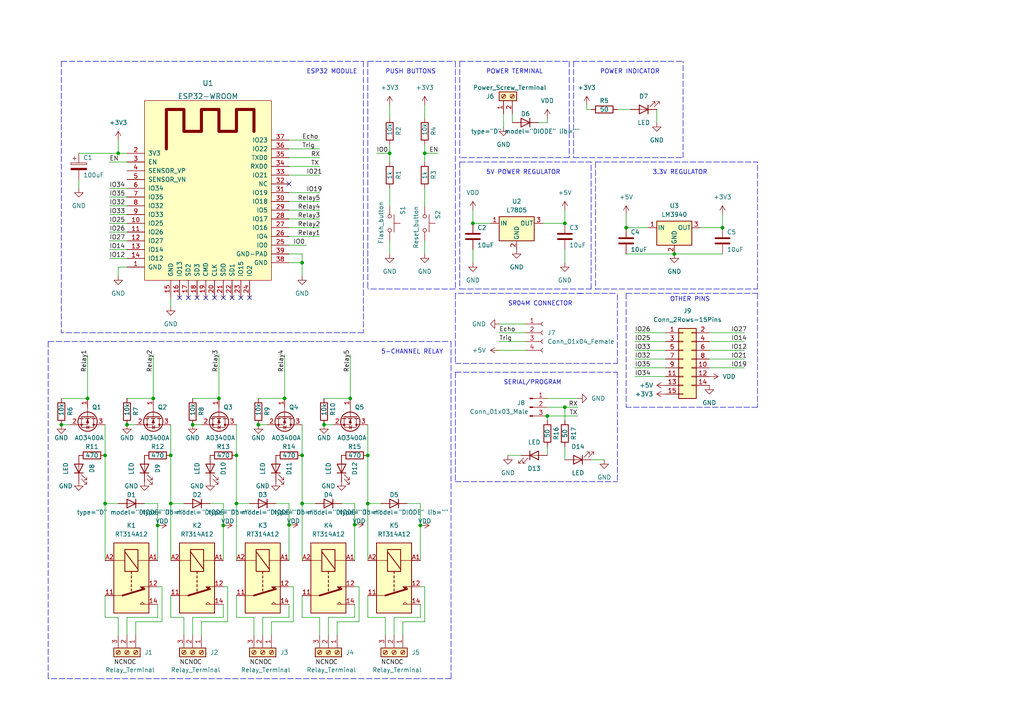
<source format=kicad_sch>
(kicad_sch (version 20211123) (generator eeschema)
  (paper "A4")
  (title_block (title "Smart Watering Project") (company "Author: Matevž Pivk"))
  (lib_symbols
    (symbol "Connector:Conn_01x03_Male" (pin_names (offset 1.016) hide)
      (property "Reference" "J" (at 0 5.08 0))
      (property "Value" "Conn_01x03_Male" (at 0 -5.08 0))
      (symbol "Conn_01x03_Male_1_1"
        (pin passive line (at 5.08 2.54 180) (length 3.81) (name "Pin_1") (number "1"))
        (pin passive line (at 5.08 0 180) (length 3.81) (name "Pin_2") (number "2"))
        (pin passive line (at 5.08 -2.54 180) (length 3.81) (name "Pin_3") (number "3"))
      )
    )
    (symbol "Connector:Conn_01x04_Female" (pin_names (offset 1.016) hide)
      (property "Reference" "J" (at 0 5.08 0))
      (property "Value" "Conn_01x04_Female" (at 0 -7.62 0))
      (symbol "Conn_01x04_Female_1_1"
        (pin passive line (at -5.08 2.54 0) (length 3.81) (name "Pin_1") (number "1"))
        (pin passive line (at -5.08 0 0) (length 3.81) (name "Pin_2") (number "2"))
        (pin passive line (at -5.08 -2.54 0) (length 3.81) (name "Pin_3") (number "3"))
        (pin passive line (at -5.08 -5.08 0) (length 3.81) (name "Pin_4") (number "4"))
      )
    )
    (symbol "Connector:Screw_Terminal_01x02" (pin_names (offset 1.016) hide)
      (property "Reference" "J" (at 0 2.54 0))
      (property "Value" "Screw_Terminal_01x02" (at 0 -5.08 0))
      (symbol "Screw_Terminal_01x02_1_1"
        (pin passive line (at -5.08 0 0) (length 3.81) (name "Pin_1") (number "1"))
        (pin passive line (at -5.08 -2.54 0) (length 3.81) (name "Pin_2") (number "2"))
      )
    )
    (symbol "Connector:Screw_Terminal_01x03" (pin_names (offset 1.016) hide)
      (property "Reference" "J" (at 0 5.08 0))
      (property "Value" "Screw_Terminal_01x03" (at 0 -5.08 0))
      (symbol "Screw_Terminal_01x03_1_1"
        (pin passive line (at -5.08 2.54 0) (length 3.81) (name "Pin_1") (number "1"))
        (pin passive line (at -5.08 0 0) (length 3.81) (name "Pin_2") (number "2"))
        (pin passive line (at -5.08 -2.54 0) (length 3.81) (name "Pin_3") (number "3"))
      )
    )
    (symbol "Connector_Generic:Conn_2Rows-15Pins" (pin_names (offset 1.016) hide)
      (property "Reference" "J" (at 1.27 10.16 0))
      (property "Value" "Conn_2Rows-15Pins" (at 1.27 -12.7 0))
      (symbol "Conn_2Rows-15Pins_1_1"
        (pin passive line (at -5.08 7.62 0) (length 3.81) (name "Pin_1") (number "1"))
        (pin passive line (at 7.62 -2.54 180) (length 3.81) (name "Pin_10") (number "10"))
        (pin passive line (at -5.08 -5.08 0) (length 3.81) (name "Pin_11") (number "11"))
        (pin passive line (at 7.62 -5.08 180) (length 3.81) (name "Pin_12") (number "12"))
        (pin passive line (at -5.08 -7.62 0) (length 3.81) (name "Pin_13") (number "13"))
        (pin passive line (at 7.62 -7.62 180) (length 3.81) (name "Pin_14") (number "14"))
        (pin passive line (at -5.08 -10.16 0) (length 3.81) (name "Pin_15") (number "15"))
        (pin passive line (at 7.62 7.62 180) (length 3.81) (name "Pin_2") (number "2"))
        (pin passive line (at -5.08 5.08 0) (length 3.81) (name "Pin_3") (number "3"))
        (pin passive line (at 7.62 5.08 180) (length 3.81) (name "Pin_4") (number "4"))
        (pin passive line (at -5.08 2.54 0) (length 3.81) (name "Pin_5") (number "5"))
        (pin passive line (at 7.62 2.54 180) (length 3.81) (name "Pin_6") (number "6"))
        (pin passive line (at -5.08 0 0) (length 3.81) (name "Pin_7") (number "7"))
        (pin passive line (at 7.62 0 180) (length 3.81) (name "Pin_8") (number "8"))
        (pin passive line (at -5.08 -2.54 0) (length 3.81) (name "Pin_9") (number "9"))
      )
    )
    (symbol "Device:C" (pin_numbers hide) (pin_names (offset 0.254))
      (property "Reference" "C" (at 0.635 2.54 0))
      (property "Value" "C" (at 0.635 -2.54 0))
      (symbol "C_1_1"
        (pin passive line (at 0 3.81 270) (length 2.794) (name "~") (number "1"))
        (pin passive line (at 0 -3.81 90) (length 2.794) (name "~") (number "2"))
      )
    )
    (symbol "Device:C_Polarized" (pin_numbers hide) (pin_names (offset 0.254))
      (property "Reference" "C" (at 0.635 2.54 0))
      (property "Value" "C_Polarized" (at 0.635 -2.54 0))
      (symbol "C_Polarized_1_1"
        (pin passive line (at 0 3.81 270) (length 2.794) (name "~") (number "1"))
        (pin passive line (at 0 -3.81 90) (length 2.794) (name "~") (number "2"))
      )
    )
    (symbol "Device:LED" (pin_numbers hide) (pin_names (offset 1.016) hide)
      (property "Reference" "D" (at 0 2.54 0))
      (property "Value" "LED" (at 0 -2.54 0))
      (symbol "LED_1_1"
        (pin passive line (at -3.81 0 0) (length 2.54) (name "K") (number "1"))
        (pin passive line (at 3.81 0 180) (length 2.54) (name "A") (number "2"))
      )
    )
    (symbol "Device:R" (pin_numbers hide) (pin_names (offset 0))
      (property "Reference" "R" (at 2.032 0 90))
      (property "Value" "R" (at 0 0 90))
      (symbol "R_1_1"
        (pin passive line (at 0 3.81 270) (length 1.27) (name "~") (number "1"))
        (pin passive line (at 0 -3.81 90) (length 1.27) (name "~") (number "2"))
      )
    )
    (symbol "ESP32-footprints-Shem-Lib:ESP32-WROOM" (pin_names (offset 1.016))
      (property "Reference" "U" (at -17.78 31.75 0))
      (property "Value" "ESP32-WROOM" (at 12.7 31.75 0))
      (symbol "ESP32-WROOM_1_1"
        (pin input line (at -24.13 -17.78 0) (length 5.08) (name "GND") (number "1"))
        (pin input line (at -24.13 -5.08 0) (length 5.08) (name "IO25") (number "10"))
        (pin input line (at -24.13 -7.62 0) (length 5.08) (name "IO26") (number "11"))
        (pin input line (at -24.13 -10.16 0) (length 5.08) (name "IO27") (number "12"))
        (pin input line (at -24.13 -12.7 0) (length 5.08) (name "IO14") (number "13"))
        (pin input line (at -24.13 -15.24 0) (length 5.08) (name "IO12") (number "14"))
        (pin input line (at -11.43 -26.67 90) (length 5.08) (name "GND") (number "15"))
        (pin input line (at -8.89 -26.67 90) (length 5.08) (name "IO13") (number "16"))
        (pin input line (at -6.35 -26.67 90) (length 5.08) (name "SD2") (number "17"))
        (pin input line (at -3.81 -26.67 90) (length 5.08) (name "SD3") (number "18"))
        (pin input line (at -1.27 -26.67 90) (length 5.08) (name "CMD") (number "19"))
        (pin input line (at -24.13 15.24 0) (length 5.08) (name "3V3") (number "2"))
        (pin input line (at 1.27 -26.67 90) (length 5.08) (name "CLK") (number "20"))
        (pin input line (at 3.81 -26.67 90) (length 5.08) (name "SDO") (number "21"))
        (pin input line (at 6.35 -26.67 90) (length 5.08) (name "SD1") (number "22"))
        (pin input line (at 8.89 -26.67 90) (length 5.08) (name "IO15") (number "23"))
        (pin input line (at 11.43 -26.67 90) (length 5.08) (name "IO2") (number "24"))
        (pin input line (at 22.86 -11.43 180) (length 5.08) (name "IO0") (number "25"))
        (pin input line (at 22.86 -8.89 180) (length 5.08) (name "IO4") (number "26"))
        (pin input line (at 22.86 -6.35 180) (length 5.08) (name "IO16") (number "27"))
        (pin input line (at 22.86 -3.81 180) (length 5.08) (name "IO17") (number "28"))
        (pin input line (at 22.86 -1.27 180) (length 5.08) (name "IO5") (number "29"))
        (pin input line (at -24.13 12.7 0) (length 5.08) (name "EN") (number "3"))
        (pin input line (at 22.86 1.27 180) (length 5.08) (name "IO18") (number "30"))
        (pin input line (at 22.86 3.81 180) (length 5.08) (name "IO19") (number "31"))
        (pin input line (at 22.86 6.35 180) (length 5.08) (name "NC") (number "32"))
        (pin input line (at 22.86 8.89 180) (length 5.08) (name "IO21") (number "33"))
        (pin input line (at 22.86 11.43 180) (length 5.08) (name "RXD0") (number "34"))
        (pin input line (at 22.86 13.97 180) (length 5.08) (name "TXD0") (number "35"))
        (pin input line (at 22.86 16.51 180) (length 5.08) (name "IO22") (number "36"))
        (pin input line (at 22.86 19.05 180) (length 5.08) (name "IO23") (number "37"))
        (pin input line (at 22.86 -16.51 180) (length 5.08) (name "GND") (number "38"))
        (pin input line (at 22.86 -13.97 180) (length 5.08) (name "GND-PAD") (number "39"))
        (pin input line (at -24.13 10.16 0) (length 5.08) (name "SENSOR_VP") (number "4"))
        (pin input line (at -24.13 7.62 0) (length 5.08) (name "SENSOR_VN") (number "5"))
        (pin input line (at -24.13 5.08 0) (length 5.08) (name "IO34") (number "6"))
        (pin input line (at -24.13 2.54 0) (length 5.08) (name "IO35") (number "7"))
        (pin input line (at -24.13 0 0) (length 5.08) (name "IO32") (number "8"))
        (pin input line (at -24.13 -2.54 0) (length 5.08) (name "IO33") (number "9"))
      )
    )
    (symbol "Regulator_Linear:L7805" (pin_names (offset 0.254))
      (property "Reference" "U" (at -3.81 3.175 0))
      (property "Value" "L7805" (at 0 3.175 0))
      (symbol "L7805_1_1"
        (pin power_in line (at -7.62 0 0) (length 2.54) (name "IN") (number "1"))
        (pin power_in line (at 0 -7.62 90) (length 2.54) (name "GND") (number "2"))
        (pin power_out line (at 7.62 0 180) (length 2.54) (name "OUT") (number "3"))
      )
    )
    (symbol "Relay:RT314A12"
      (property "Reference" "K" (at 11.43 3.81 0))
      (property "Value" "RT314A12" (at 11.43 1.27 0))
      (symbol "RT314A12_1_1"
        (pin passive line (at 5.08 -7.62 90) (length 2.54) (name "~") (number "11"))
        (pin passive line (at 2.54 7.62 270) (length 2.54) (name "~") (number "12"))
        (pin passive line (at 7.62 7.62 270) (length 2.54) (name "~") (number "14"))
        (pin passive line (at -5.08 7.62 270) (length 2.54) (name "~") (number "A1"))
        (pin passive line (at -5.08 -7.62 90) (length 2.54) (name "~") (number "A2"))
      )
    )
    (symbol "Simulation_SPICE:DIODE" (pin_numbers hide) (pin_names (offset 1.016) hide)
      (property "Reference" "D" (at 0 2.54 0))
      (property "Value" "DIODE" (at 0 -2.54 0))
      (symbol "DIODE_1_1"
        (pin passive line (at -3.81 0 0) (length 2.54) (name "A") (number "1"))
        (pin passive line (at 3.81 0 180) (length 2.54) (name "K") (number "2"))
      )
    )
    (symbol "Switch:SW_Push" (pin_numbers hide) (pin_names (offset 1.016) hide)
      (property "Reference" "SW" (at 1.27 2.54 0))
      (property "Value" "SW_Push" (at 0 -1.524 0))
      (symbol "SW_Push_0_1"
        (pin passive line (at -5.08 0 0) (length 2.54) (name "1") (number "1"))
        (pin passive line (at 5.08 0 180) (length 2.54) (name "2") (number "2"))
      )
    )
    (symbol "Transistor_FET:AO3400A" (pin_names hide)
      (property "Reference" "Q" (at 5.08 1.905 0))
      (property "Value" "AO3400A" (at 5.08 0 0))
      (symbol "AO3400A_1_1"
        (pin input line (at -5.08 0 0) (length 2.54) (name "G") (number "1"))
        (pin passive line (at 2.54 -5.08 90) (length 2.54) (name "S") (number "2"))
        (pin passive line (at 2.54 5.08 270) (length 2.54) (name "D") (number "3"))
      )
    )
    (symbol "power:+3.3V" (power) (pin_names (offset 0))
      (property "Value" "+3.3V" (at 0 3.556 0))
      (symbol "+3.3V_1_1"
        (pin power_in line (at 0 0 90) (length 0) hide (name "+3V3") (number "1"))
      )
    )
    (symbol "power:+5V" (power) (pin_names (offset 0))
      (property "Value" "+5V" (at 0 3.556 0))
      (symbol "+5V_1_1"
        (pin power_in line (at 0 0 90) (length 0) hide (name "+5V") (number "1"))
      )
    )
    (symbol "power:GND" (power) (pin_names (offset 0))
      (property "Value" "GND" (at 0 -3.81 0))
      (symbol "GND_1_1"
        (pin power_in line (at 0 0 270) (length 0) hide (name "GND") (number "1"))
      )
    )
    (symbol "power:VDD" (power) (pin_names (offset 0))
      (property "Value" "VDD" (at 0 3.81 0))
      (symbol "VDD_1_1"
        (pin power_in line (at 0 0 90) (length 0) hide (name "VDD") (number "1"))
      )
    )
  )
  (junction (at 55.88 123.19))
  (junction (at 181.61 66.04))
  (junction (at 82.55 115.57))
  (junction (at 25.4 115.57))
  (junction (at 49.53 132.08))
  (junction (at 45.72 152.4))
  (junction (at 64.77 152.4))
  (junction (at 163.83 118.11))
  (junction (at 163.83 64.77))
  (junction (at 30.48 132.08))
  (junction (at 44.45 115.57))
  (junction (at 102.87 152.155))
  (junction (at 195.58 73.66))
  (junction (at 106.68 132.08))
  (junction (at 74.93 123.19))
  (junction (at 123.19 44.45))
  (junction (at 87.63 132.08))
  (junction (at 30.48 146.05))
  (junction (at 101.6 115.57))
  (junction (at 113.03 44.45))
  (junction (at 68.58 146.05))
  (junction (at 137.16 64.77))
  (junction (at 121.92 152.4))
  (junction (at 36.83 123.19))
  (junction (at 87.63 76.2))
  (junction (at 83.82 152.2289))
  (junction (at 34.29 44.45))
  (junction (at 209.55 66.04))
  (junction (at 87.63 146.05))
  (junction (at 63.5 115.57))
  (junction (at 17.78 123.19))
  (junction (at 68.58 132.08))
  (junction (at 93.98 123.19))
  (junction (at 158.75 120.65))
  (junction (at 49.53 146.05))
  (junction (at 106.68 146.05))
  (no_connect (at 57.15 86.36))
  (no_connect (at 52.07 86.36))
  (no_connect (at 54.61 86.36))
  (no_connect (at 83.82 53.34))
  (no_connect (at 72.39 86.36))
  (no_connect (at 67.31 86.36))
  (no_connect (at 69.85 86.36))
  (no_connect (at 62.23 86.36))
  (no_connect (at 64.77 86.36))
  (no_connect (at 59.69 86.36))
  (wire (pts (xy 113.03 30.48) (xy 113.03 34.29)))
  (wire (pts (xy 64.77 170.18) (xy 66.04 170.18)))
  (polyline (pts (xy 106.68 17.78) (xy 132.08 17.78)))
  (wire (pts (xy 121.92 179.07) (xy 114.3 179.07)))
  (polyline (pts (xy 166.37 17.78) (xy 166.37 45.72)))
  (polyline (pts (xy 105.41 17.78) (xy 105.41 96.52)))
  (wire (pts (xy 113.03 54.61) (xy 113.03 59.69)))
  (wire (pts (xy 123.19 41.91) (xy 123.19 44.45)))
  (wire (pts (xy 170.18 30.48) (xy 170.18 31.75)))
  (wire (pts (xy 195.58 73.66) (xy 209.55 73.66)))
  (wire (pts (xy 205.74 99.06) (xy 215.9 99.06)))
  (wire (pts (xy 163.83 64.77) (xy 163.83 60.96)))
  (wire (pts (xy 22.86 52.07) (xy 22.86 54.61)))
  (polyline (pts (xy 132.08 105.41) (xy 179.07 105.41)))
  (wire (pts (xy 123.19 170.18) (xy 123.19 180.34)))
  (wire (pts (xy 123.19 30.48) (xy 123.19 34.29)))
  (wire (pts (xy 102.87 152.155) (xy 102.87 162.56)))
  (wire (pts (xy 205.74 104.14) (xy 215.9 104.14)))
  (wire (pts (xy 83.82 58.42) (xy 92.71 58.42)))
  (wire (pts (xy 83.82 43.18) (xy 92.71 43.18)))
  (wire (pts (xy 87.63 73.66) (xy 87.63 76.2)))
  (wire (pts (xy 158.75 120.65) (xy 158.75 121.92)))
  (wire (pts (xy 104.14 170.18) (xy 104.14 180.34)))
  (wire (pts (xy 158.75 120.65) (xy 167.64 120.65)))
  (wire (pts (xy 205.74 101.6) (xy 215.9 101.6)))
  (wire (pts (xy 102.87 146.05) (xy 102.87 152.155)))
  (wire (pts (xy 157.48 64.77) (xy 163.83 64.77)))
  (wire (pts (xy 137.16 76.2) (xy 137.16 72.39)))
  (wire (pts (xy 46.99 170.18) (xy 46.99 180.34)))
  (wire (pts (xy 205.74 106.68) (xy 215.9 106.68)))
  (wire (pts (xy 78.74 180.34) (xy 78.74 184.15)))
  (wire (pts (xy 31.75 57.15) (xy 36.83 57.15)))
  (wire (pts (xy 83.82 152.2289) (xy 83.82 162.56)))
  (wire (pts (xy 31.75 54.61) (xy 36.83 54.61)))
  (wire (pts (xy 87.63 179.07) (xy 92.71 179.07)))
  (wire (pts (xy 87.63 146.05) (xy 87.63 162.56)))
  (wire (pts (xy 63.5 102.87) (xy 63.5 115.57)))
  (polyline (pts (xy 132.08 107.95) (xy 179.07 107.95)))
  (wire (pts (xy 101.6 102.87) (xy 101.6 115.57)))
  (wire (pts (xy 31.75 64.77) (xy 36.83 64.77)))
  (wire (pts (xy 184.15 101.6) (xy 193.04 101.6)))
  (wire (pts (xy 45.72 162.56) (xy 45.72 152.4)))
  (wire (pts (xy 55.88 179.07) (xy 55.88 184.15)))
  (wire (pts (xy 55.88 115.57) (xy 63.5 115.57)))
  (wire (pts (xy 80.01 146.05) (xy 83.82 146.05)))
  (wire (pts (xy 64.77 179.07) (xy 55.88 179.07)))
  (wire (pts (xy 87.63 172.72) (xy 87.63 179.07)))
  (wire (pts (xy 31.75 69.85) (xy 36.83 69.85)))
  (wire (pts (xy 106.68 132.08) (xy 106.68 146.05)))
  (wire (pts (xy 55.88 123.19) (xy 58.42 123.19)))
  (wire (pts (xy 106.68 146.05) (xy 110.49 146.05)))
  (wire (pts (xy 76.2 179.07) (xy 76.2 184.15)))
  (wire (pts (xy 68.58 123.19) (xy 68.58 132.08)))
  (wire (pts (xy 64.77 162.56) (xy 64.77 152.4)))
  (wire (pts (xy 137.16 64.77) (xy 142.24 64.77)))
  (polyline (pts (xy 179.07 105.41) (xy 179.07 85.09)))
  (polyline (pts (xy 198.12 45.72) (xy 198.12 17.78)))
  (wire (pts (xy 31.75 62.23) (xy 36.83 62.23)))
  (wire (pts (xy 102.87 179.07) (xy 95.25 179.07)))
  (wire (pts (xy 92.71 179.07) (xy 92.71 184.15)))
  (wire (pts (xy 114.3 179.07) (xy 114.3 184.15)))
  (wire (pts (xy 121.92 152.4) (xy 121.92 162.56)))
  (wire (pts (xy 158.75 132.08) (xy 158.75 129.54)))
  (wire (pts (xy 68.58 146.05) (xy 72.39 146.05)))
  (wire (pts (xy 34.29 44.45) (xy 34.29 40.64)))
  (wire (pts (xy 36.83 115.57) (xy 44.45 115.57)))
  (wire (pts (xy 163.83 118.11) (xy 167.64 118.11)))
  (wire (pts (xy 102.87 175.26) (xy 102.87 179.07)))
  (wire (pts (xy 144.78 99.06) (xy 152.4 99.06)))
  (wire (pts (xy 83.82 45.72) (xy 92.71 45.72)))
  (wire (pts (xy 83.82 76.2) (xy 87.63 76.2)))
  (wire (pts (xy 144.78 93.98) (xy 152.4 93.98)))
  (wire (pts (xy 60.96 146.05) (xy 64.77 146.05)))
  (wire (pts (xy 30.48 146.05) (xy 34.29 146.05)))
  (wire (pts (xy 30.48 179.07) (xy 34.29 179.07)))
  (wire (pts (xy 30.48 132.08) (xy 30.48 146.05)))
  (wire (pts (xy 87.63 132.08) (xy 87.63 146.05)))
  (wire (pts (xy 30.48 123.19) (xy 30.48 132.08)))
  (wire (pts (xy 148.59 35.56) (xy 148.59 33.02)))
  (wire (pts (xy 181.61 66.04) (xy 181.61 62.23)))
  (wire (pts (xy 184.15 104.14) (xy 193.04 104.14)))
  (wire (pts (xy 118.11 146.05) (xy 121.92 146.05)))
  (wire (pts (xy 68.58 179.07) (xy 73.66 179.07)))
  (wire (pts (xy 83.82 179.07) (xy 76.2 179.07)))
  (wire (pts (xy 82.55 102.87) (xy 82.55 115.57)))
  (wire (pts (xy 106.68 123.19) (xy 106.68 132.08)))
  (polyline (pts (xy 133.35 46.99) (xy 133.35 83.82)))
  (polyline (pts (xy 172.72 46.99) (xy 172.72 83.82)))
  (wire (pts (xy 30.48 172.72) (xy 30.48 179.07)))
  (wire (pts (xy 163.83 118.11) (xy 163.83 121.92)))
  (polyline (pts (xy 165.1 17.78) (xy 165.1 45.72)))
  (wire (pts (xy 83.82 50.8) (xy 92.71 50.8)))
  (wire (pts (xy 49.53 123.19) (xy 49.53 132.08)))
  (wire (pts (xy 144.78 96.52) (xy 152.4 96.52)))
  (wire (pts (xy 36.83 179.07) (xy 36.83 184.15)))
  (wire (pts (xy 36.83 123.19) (xy 39.37 123.19)))
  (wire (pts (xy 158.75 35.56) (xy 158.75 34.29)))
  (wire (pts (xy 184.15 96.52) (xy 193.04 96.52)))
  (wire (pts (xy 123.19 69.85) (xy 123.19 73.66)))
  (wire (pts (xy 113.03 69.85) (xy 113.03 73.66)))
  (wire (pts (xy 22.86 44.45) (xy 34.29 44.45)))
  (wire (pts (xy 121.92 175.26) (xy 121.92 179.07)))
  (wire (pts (xy 87.63 146.05) (xy 91.44 146.05)))
  (wire (pts (xy 25.4 102.87) (xy 25.4 115.57)))
  (wire (pts (xy 111.76 179.07) (xy 111.76 184.15)))
  (wire (pts (xy 163.83 133.35) (xy 163.83 129.54)))
  (wire (pts (xy 137.16 64.77) (xy 137.16 60.96)))
  (wire (pts (xy 106.68 172.72) (xy 106.68 179.07)))
  (wire (pts (xy 68.58 172.72) (xy 68.58 179.07)))
  (wire (pts (xy 83.82 170.18) (xy 85.09 170.18)))
  (wire (pts (xy 116.84 180.34) (xy 116.84 184.15)))
  (wire (pts (xy 68.58 146.05) (xy 68.58 162.56)))
  (wire (pts (xy 171.45 133.35) (xy 175.26 133.35)))
  (polyline (pts (xy 166.37 17.78) (xy 198.12 17.78)))
  (wire (pts (xy 83.82 73.66) (xy 87.63 73.66)))
  (wire (pts (xy 45.72 170.18) (xy 46.99 170.18)))
  (wire (pts (xy 184.15 106.68) (xy 193.04 106.68)))
  (polyline (pts (xy 172.72 46.99) (xy 219.71 46.99)))
  (wire (pts (xy 83.82 55.88) (xy 92.71 55.88)))
  (wire (pts (xy 46.99 180.34) (xy 39.37 180.34)))
  (wire (pts (xy 93.98 123.19) (xy 96.52 123.19)))
  (wire (pts (xy 99.06 146.05) (xy 102.87 146.05)))
  (polyline (pts (xy 133.35 17.78) (xy 165.1 17.78)))
  (polyline (pts (xy 130.81 99.06) (xy 130.81 196.85)))
  (wire (pts (xy 49.53 162.56) (xy 49.53 146.05)))
  (wire (pts (xy 45.72 175.26) (xy 45.72 179.07)))
  (wire (pts (xy 106.68 146.05) (xy 106.68 162.56)))
  (wire (pts (xy 17.78 123.19) (xy 20.32 123.19)))
  (wire (pts (xy 109.22 44.45) (xy 113.03 44.45)))
  (polyline (pts (xy 172.72 83.82) (xy 219.71 83.82)))
  (wire (pts (xy 53.34 179.07) (xy 53.34 184.15)))
  (wire (pts (xy 83.82 71.12) (xy 88.9 71.12)))
  (wire (pts (xy 83.82 60.96) (xy 92.71 60.96)))
  (wire (pts (xy 187.96 66.04) (xy 181.61 66.04)))
  (polyline (pts (xy 219.71 118.11) (xy 181.61 118.11)))
  (wire (pts (xy 83.82 48.26) (xy 92.71 48.26)))
  (wire (pts (xy 31.75 67.31) (xy 36.83 67.31)))
  (wire (pts (xy 87.63 76.2) (xy 87.63 80.01)))
  (polyline (pts (xy 105.41 96.52) (xy 17.78 96.52)))
  (wire (pts (xy 113.03 44.45) (xy 113.03 46.99)))
  (wire (pts (xy 209.55 66.04) (xy 203.2 66.04)))
  (wire (pts (xy 184.15 109.22) (xy 193.04 109.22)))
  (wire (pts (xy 31.75 74.93) (xy 36.83 74.93)))
  (wire (pts (xy 68.58 132.08) (xy 68.58 146.05)))
  (polyline (pts (xy 133.35 17.78) (xy 133.35 45.72)))
  (wire (pts (xy 156.21 35.56) (xy 158.75 35.56)))
  (polyline (pts (xy 132.08 17.78) (xy 132.08 83.82)))
  (wire (pts (xy 121.92 146.05) (xy 121.92 152.4)))
  (wire (pts (xy 34.29 77.47) (xy 34.29 80.01)))
  (wire (pts (xy 30.48 146.05) (xy 30.48 162.56)))
  (wire (pts (xy 184.15 99.06) (xy 193.04 99.06)))
  (wire (pts (xy 121.92 170.18) (xy 123.19 170.18)))
  (wire (pts (xy 36.83 44.45) (xy 34.29 44.45)))
  (wire (pts (xy 179.07 31.75) (xy 182.88 31.75)))
  (wire (pts (xy 97.79 180.34) (xy 97.79 184.15)))
  (wire (pts (xy 83.82 66.04) (xy 92.71 66.04)))
  (wire (pts (xy 95.25 179.07) (xy 95.25 184.15)))
  (wire (pts (xy 66.04 180.34) (xy 58.42 180.34)))
  (polyline (pts (xy 130.81 196.85) (xy 13.97 196.85)))
  (wire (pts (xy 31.75 72.39) (xy 36.83 72.39)))
  (wire (pts (xy 45.72 146.05) (xy 45.72 152.4)))
  (wire (pts (xy 74.93 123.19) (xy 77.47 123.19)))
  (polyline (pts (xy 219.71 85.09) (xy 219.71 118.11)))
  (wire (pts (xy 113.03 41.91) (xy 113.03 44.45)))
  (wire (pts (xy 83.82 146.05) (xy 83.82 152.2289)))
  (wire (pts (xy 190.5 31.75) (xy 190.5 35.56)))
  (polyline (pts (xy 179.07 107.95) (xy 179.07 139.7)))
  (polyline (pts (xy 219.71 83.82) (xy 219.71 46.99)))
  (polyline (pts (xy 132.08 85.09) (xy 132.08 105.41)))
  (wire (pts (xy 83.82 63.5) (xy 92.71 63.5)))
  (wire (pts (xy 146.05 33.02) (xy 146.05 36.83)))
  (wire (pts (xy 64.77 175.26) (xy 64.77 179.07)))
  (polyline (pts (xy 165.1 45.72) (xy 133.35 45.72)))
  (wire (pts (xy 73.66 179.07) (xy 73.66 184.15)))
  (polyline (pts (xy 132.08 107.95) (xy 132.08 139.7)))
  (wire (pts (xy 74.93 115.57) (xy 82.55 115.57)))
  (wire (pts (xy 158.75 118.11) (xy 163.83 118.11)))
  (polyline (pts (xy 17.78 17.78) (xy 105.41 17.78)))
  (wire (pts (xy 87.63 123.19) (xy 87.63 132.08)))
  (wire (pts (xy 39.37 180.34) (xy 39.37 184.15)))
  (wire (pts (xy 66.04 170.18) (xy 66.04 180.34)))
  (wire (pts (xy 17.78 115.57) (xy 25.4 115.57)))
  (wire (pts (xy 106.68 179.07) (xy 111.76 179.07)))
  (wire (pts (xy 49.53 86.36) (xy 49.53 88.9)))
  (wire (pts (xy 209.55 62.23) (xy 209.55 66.04)))
  (wire (pts (xy 31.75 59.69) (xy 36.83 59.69)))
  (wire (pts (xy 104.14 180.34) (xy 97.79 180.34)))
  (polyline (pts (xy 17.78 17.78) (xy 17.78 96.52)))
  (wire (pts (xy 83.82 40.64) (xy 92.71 40.64)))
  (polyline (pts (xy 106.68 17.78) (xy 106.68 83.82)))
  (polyline (pts (xy 13.97 99.06) (xy 13.97 196.85)))
  (wire (pts (xy 144.78 101.6) (xy 152.4 101.6)))
  (wire (pts (xy 49.53 146.05) (xy 53.34 146.05)))
  (wire (pts (xy 31.75 46.99) (xy 36.83 46.99)))
  (wire (pts (xy 64.77 146.05) (xy 64.77 152.4)))
  (wire (pts (xy 123.19 44.45) (xy 123.19 46.99)))
  (wire (pts (xy 147.32 132.08) (xy 151.13 132.08)))
  (wire (pts (xy 45.72 179.07) (xy 36.83 179.07)))
  (wire (pts (xy 34.29 179.07) (xy 34.29 184.15)))
  (polyline (pts (xy 132.08 83.82) (xy 106.68 83.82)))
  (wire (pts (xy 158.75 115.57) (xy 167.64 115.57)))
  (polyline (pts (xy 133.35 83.82) (xy 171.45 83.82)))
  (wire (pts (xy 49.53 172.72) (xy 49.53 179.07)))
  (polyline (pts (xy 171.45 83.82) (xy 171.45 46.99)))
  (polyline (pts (xy 168.91 85.09) (xy 132.08 85.09)))
  (polyline (pts (xy 166.37 45.72) (xy 198.12 45.72)))
  (wire (pts (xy 44.45 102.87) (xy 44.45 115.57)))
  (wire (pts (xy 181.61 73.66) (xy 195.58 73.66)))
  (wire (pts (xy 123.19 180.34) (xy 116.84 180.34)))
  (wire (pts (xy 123.19 54.61) (xy 123.19 59.69)))
  (wire (pts (xy 83.82 68.58) (xy 92.71 68.58)))
  (wire (pts (xy 36.83 77.47) (xy 34.29 77.47)))
  (polyline (pts (xy 133.35 46.99) (xy 171.45 46.99)))
  (wire (pts (xy 85.09 170.18) (xy 85.09 180.34)))
  (wire (pts (xy 123.19 44.45) (xy 127 44.45)))
  (polyline (pts (xy 167.64 85.09) (xy 179.07 85.09)))
  (polyline (pts (xy 181.61 85.09) (xy 181.61 118.11)))
  (wire (pts (xy 49.53 179.07) (xy 53.34 179.07)))
  (wire (pts (xy 58.42 180.34) (xy 58.42 184.15)))
  (wire (pts (xy 49.53 132.08) (xy 49.53 146.05)))
  (wire (pts (xy 83.82 175.26) (xy 83.82 179.07)))
  (wire (pts (xy 85.09 180.34) (xy 78.74 180.34)))
  (wire (pts (xy 205.74 96.52) (xy 215.9 96.52)))
  (polyline (pts (xy 181.61 85.09) (xy 219.71 85.09)))
  (wire (pts (xy 41.91 146.05) (xy 45.72 146.05)))
  (wire (pts (xy 163.83 72.39) (xy 163.83 76.2)))
  (wire (pts (xy 93.98 115.57) (xy 101.6 115.57)))
  (polyline (pts (xy 132.08 139.7) (xy 179.07 139.7)))
  (wire (pts (xy 102.87 170.18) (xy 104.14 170.18)))
  (wire (pts (xy 170.18 31.75) (xy 171.45 31.75)))
  (polyline (pts (xy 13.97 99.06) (xy 130.81 99.06)))
  (text "5V POWER REGULATOR\n" (at 140.97 50.8 0) (effects (font (size 1.27 1.27)) (justify left bottom)))
  (text "POWER TERMINAL\n" (at 140.97 21.59 0) (effects (font (size 1.27 1.27)) (justify left bottom)))
  (text "5-CHANNEL RELAY" (at 110.49 102.87 0) (effects (font (size 1.27 1.27)) (justify left bottom)))
  (text "POWER INDICATOR\n" (at 173.99 21.59 0) (effects (font (size 1.27 1.27)) (justify left bottom)))
  (text "SR04M CONNECTOR\n" (at 147.32 88.9 0) (effects (font (size 1.27 1.27)) (justify left bottom)))
  (text "3.3V REGULATOR" (at 189.23 50.8 0) (effects (font (size 1.27 1.27)) (justify left bottom)))
  (text "SERIAL/PROGRAM" (at 146.05 111.76 0) (effects (font (size 1.27 1.27)) (justify left bottom)))
  (text "PUSH BUTTONS" (at 111.76 21.59 0) (effects (font (size 1.27 1.27)) (justify left bottom)))
  (text "OTHER PINS" (at 194.31 87.63 0) (effects (font (size 1.27 1.27)) (justify left bottom)))
  (text "ESP32 MODULE\n" (at 88.9 21.59 0) (effects (font (size 1.27 1.27)) (justify left bottom)))
  (label "C" (at 96.52 193.04 0))
  (label "IO12" (at 212.09 101.6 0))
  (label "RX" (at 164.9322 118.11 0))
  (label "IO32" (at 184.15 104.14 0))
  (label "Relay1" (at 25.4 107.95 90))
  (label "NC" (at 52.07 193.04 0))
  (label "IO25" (at 184.15 99.06 0))
  (label "Relay4" (at 86.36 60.96 0))
  (label "C" (at 77.47 193.04 0))
  (label "Echo" (at 87.63 40.64 0))
  (label "IO26" (at 31.75 67.31 0))
  (label "C" (at 115.57 193.04 0))
  (label "Relay2" (at 44.45 107.95 90))
  (label "Relay5" (at 101.6 107.95 90))
  (label "Trig" (at 144.78 99.06 0))
  (label "IO14" (at 212.09 99.06 0))
  (label "IO19" (at 88.9 55.88 0))
  (label "RX" (at 90.17 45.72 0))
  (label "Trig" (at 87.63 43.18 0))
  (label "IO27" (at 212.09 96.52 0))
  (label "IO27" (at 31.75 69.85 0))
  (label "TX" (at 165.1467 120.65 0))
  (label "IO35" (at 184.15 106.68 0))
  (label "EN" (at 124.46 44.45 0))
  (label "IO33" (at 184.15 101.6 0))
  (label "NC" (at 33.02 193.04 0))
  (label "EN" (at 31.75 46.99 0))
  (label "NC" (at 91.44 193.04 0))
  (label "C" (at 38.1 193.04 0))
  (label "IO32" (at 31.75 59.69 0))
  (label "IO0" (at 109.22 44.45 0))
  (label "IO21" (at 212.09 104.14 0))
  (label "Echo" (at 144.78 96.52 0))
  (label "IO34" (at 31.75 54.61 0))
  (label "NO" (at 54.61 193.04 0))
  (label "IO26" (at 184.15 96.52 0))
  (label "IO0" (at 85.09 71.12 0))
  (label "IO21" (at 88.9 50.8 0))
  (label "IO35" (at 31.75 57.15 0))
  (label "TX" (at 90.17 48.26 0))
  (label "NO" (at 93.98 193.04 0))
  (label "Relay3" (at 63.5 107.95 90))
  (label "Relay1" (at 86.36 68.58 0))
  (label "NO" (at 113.03 193.04 0))
  (label "NO" (at 74.93 193.04 0))
  (label "C" (at 57.15 193.04 0))
  (label "Relay5" (at 86.36 58.42 0))
  (label "Relay2" (at 86.36 66.04 0))
  (label "IO14" (at 31.75 72.39 0))
  (label "IO12" (at 31.75 74.93 0))
  (label "NO" (at 35.56 193.04 0))
  (label "IO34" (at 184.15 109.22 0))
  (label "IO19" (at 212.09 106.68 0))
  (label "Relay3" (at 86.36 63.5 0))
  (label "NC" (at 72.39 193.04 0))
  (label "NC" (at 110.49 193.04 0))
  (label "Relay4" (at 82.55 107.95 90))
  (label "IO33" (at 31.75 62.23 0))
  (label "IO25" (at 31.75 64.77 0))
  (symbol (lib_id "power:+3.3V") (at 113.03 30.48 0) (unit 1)
    (property "Reference" "#PWR015" (effects hide))
    (property "Value" "+3.3V" (at 113.03 25.4 0))
  )
  (symbol (lib_id "Device:LED") (at 22.86 135.89 90) (unit 1)
    (property "Reference" "D8" (at 26.67 135.89 0))
    (property "Value" "LED" (at 19.05 135.89 0))
    (property "Footprint" "LED_SMD:LED_0805_2012Metric_Pad1.15x1.40mm_HandSolder" (effects hide))
  )
  (symbol (lib_id "Device:R") (at 74.93 119.38 0) (unit 1)
    (property "Reference" "R9" (at 77.47 120.65 90) (effects (justify left)))
    (property "Value" "10k" (at 74.93 120.65 90) (effects (justify left)))
    (property "Footprint" "Resistor_SMD:R_0805_2012Metric_Pad1.20x1.40mm_HandSolder" (effects hide))
  )
  (symbol (lib_id "Device:C_Polarized") (at 22.86 48.26 0) (unit 1)
    (property "Reference" "C1" (at 24.13 45.72 0) (effects (justify left)))
    (property "Value" "100uF" (at 24.13 50.8 0) (effects (justify left)))
    (property "Footprint" "Capacitor_THT:CP_Radial_D6.3mm_P2.50mm" (effects hide))
  )
  (symbol (lib_id "power:GND") (at 80.01 139.7 0) (unit 1)
    (property "Reference" "#PWR0107" (effects hide))
    (property "Value" "GND" (at 76.2 140.97 0))
  )
  (symbol (lib_id "Device:R") (at 83.82 132.08 270) (unit 1)
    (property "Reference" "R14" (at 83.82 129.54 90))
    (property "Value" "470" (at 83.82 132.08 90))
    (property "Footprint" "Resistor_SMD:R_0805_2012Metric_Pad1.20x1.40mm_HandSolder" (effects hide))
  )
  (symbol (lib_id "Device:LED") (at 186.69 31.75 180) (unit 1)
    (property "Reference" "D7" (at 186.69 27.94 0))
    (property "Value" "LED" (at 186.69 35.56 0))
    (property "Footprint" "LED_SMD:LED_0805_2012Metric_Pad1.15x1.40mm_HandSolder" (effects hide))
  )
  (symbol (lib_id "power:GND") (at 74.93 123.19 0) (unit 1)
    (property "Reference" "#PWR010" (effects hide))
    (property "Value" "GND" (at 74.93 127 0))
  )
  (symbol (lib_id "Connector:Screw_Terminal_01x03") (at 36.83 189.23 270) (unit 1)
    (property "Reference" "J1" (at 41.91 189.23 90) (effects (justify left)))
    (property "Value" "Relay_Terminal" (at 30.48 194.31 90) (effects (justify left)))
    (property "Footprint" "TerminalBlock_Phoenix:TerminalBlock_Phoenix_MPT-0,5-3-2.54_1x03_P2.54mm_Horizontal" (effects hide))
  )
  (symbol (lib_id "power:GND") (at 175.26 133.35 0) (unit 1)
    (property "Reference" "#PWR0110" (effects hide))
    (property "Value" "GND" (at 175.26 138.43 0))
  )
  (symbol (lib_id "Device:R") (at 93.98 119.38 0) (unit 1)
    (property "Reference" "R10" (at 96.52 120.65 90) (effects (justify left)))
    (property "Value" "10k" (at 93.98 120.65 90) (effects (justify left)))
    (property "Footprint" "Resistor_SMD:R_0805_2012Metric_Pad1.20x1.40mm_HandSolder" (effects hide))
  )
  (symbol (lib_id "power:VDD") (at 205.74 109.22 270) (unit 1)
    (property "Reference" "#PWR0114" (effects hide))
    (property "Value" "VDD" (at 209.55 109.2199 90) (effects (justify left)))
  )
  (symbol (lib_id "Device:LED") (at 60.96 135.89 90) (unit 1)
    (property "Reference" "D10" (at 64.77 135.89 0))
    (property "Value" "LED" (at 57.15 135.89 0))
    (property "Footprint" "LED_SMD:LED_0805_2012Metric_Pad1.15x1.40mm_HandSolder" (effects hide))
  )
  (symbol (lib_id "power:GND") (at 36.83 123.19 0) (unit 1)
    (property "Reference" "#PWR05" (effects hide))
    (property "Value" "GND" (at 36.83 127 0))
  )
  (symbol (lib_id "Connector:Conn_01x03_Male") (at 153.67 118.11 0) (unit 1)
    (property "Reference" "J8" (at 151.13 116.84 0))
    (property "Value" "Conn_01x03_Male" (at 144.78 119.38 0))
    (property "Footprint" "Connector_PinHeader_2.54mm:PinHeader_1x03_P2.54mm_Vertical" (effects hide))
  )
  (symbol (lib_id "Simulation_SPICE:DIODE") (at 152.4 35.56 0) (unit 1)
    (property "Reference" "D6" (at 152.4 33.02 0))
    (property "Value" "DIODE" (at 152.4 38.1 0))
    (property "Footprint" "Diode_SMD:D_SMA_Handsoldering" (effects hide))
    (property "Spice_Netlist_Enabled" "Y" (effects hide))
    (property "Spice_Primitive" "D" (effects hide))
  )
  (symbol (lib_id "power:+3.3V") (at 170.18 30.48 0) (unit 1)
    (property "Reference" "#PWR027" (effects hide))
    (property "Value" "+3.3V" (at 170.18 25.4 0))
  )
  (symbol (lib_id "Transistor_FET:AO3400A") (at 44.45 120.65 270) (unit 1)
    (property "Reference" "Q2" (at 45.72 118.11 90) (effects (justify left)))
    (property "Value" "AO3400A" (at 40.64 127 90) (effects (justify left)))
    (property "Footprint" "Package_TO_SOT_SMD:SOT-23" (effects hide))
    (property "Datasheet" "http://www.aosmd.com/pdfs/datasheet/AO3400A.pdf" (effects hide))
  )
  (symbol (lib_id "power:GND") (at 123.19 73.66 0) (unit 1)
    (property "Reference" "#PWR019" (effects hide))
    (property "Value" "GND" (at 123.19 78.74 0))
  )
  (symbol (lib_id "Device:C") (at 209.55 69.85 0) (unit 1)
    (property "Reference" "C5" (at 210.82 67.31 0) (effects (justify left)))
    (property "Value" "10uF" (at 210.82 72.39 0) (effects (justify left)))
    (property "Footprint" "Capacitor_SMD:C_0805_2012Metric_Pad1.18x1.45mm_HandSolder" (effects hide))
  )
  (symbol (lib_id "Regulator_Linear:L7805") (at 195.58 66.04 0) (unit 1)
    (property "Reference" "U3" (at 195.58 59.69 0))
    (property "Value" "LM3940" (at 195.58 62.23 0))
    (property "Footprint" "Package_TO_SOT_SMD:TO-263-3_TabPin2" (effects hide))
    (property "Datasheet" "http://www.st.com/content/ccc/resource/technical/document/datasheet/41/4f/b3/b0/12/d4/47/88/CD00000444.pdf/files/CD00000444.pdf/jcr:content/translations/en.CD00000444.pdf" (effects hide))
  )
  (symbol (lib_id "Transistor_FET:AO3400A") (at 82.55 120.65 270) (unit 1)
    (property "Reference" "Q4" (at 83.82 118.11 90) (effects (justify left)))
    (property "Value" "AO3400A" (at 78.74 127 90) (effects (justify left)))
    (property "Footprint" "Package_TO_SOT_SMD:SOT-23" (effects hide))
    (property "Datasheet" "http://www.aosmd.com/pdfs/datasheet/AO3400A.pdf" (effects hide))
  )
  (symbol (lib_id "power:GND") (at 22.86 139.7 0) (unit 1)
    (property "Reference" "#PWR0105" (effects hide))
    (property "Value" "GND" (at 19.05 140.97 0))
  )
  (symbol (lib_id "Relay:RT314A12") (at 76.2 167.64 270) (unit 1)
    (property "Reference" "K3" (at 76.2 152.4 90))
    (property "Value" "RT314A12" (at 76.2 154.94 90))
    (property "Footprint" "Relay_THT:Relay_SPDT_Schrack-RT1-16A-FormC_RM5mm" (effects hide))
    (property "Datasheet" "https://www.te.com/commerce/DocumentDelivery/DDEController?Action=srchrtrv&DocNm=RT1_bistable&DocType=DS&DocLang=English" (effects hide))
  )
  (symbol (lib_id "Device:R") (at 17.78 119.38 0) (unit 1)
    (property "Reference" "R6" (at 20.32 120.65 90) (effects (justify left)))
    (property "Value" "10k" (at 17.78 120.65 90) (effects (justify left)))
    (property "Footprint" "Resistor_SMD:R_0805_2012Metric_Pad1.20x1.40mm_HandSolder" (effects hide))
  )
  (symbol (lib_id "Simulation_SPICE:DIODE") (at 95.25 146.05 0) (unit 1)
    (property "Reference" "D4" (at 95.25 143.51 0))
    (property "Value" "DIODE" (at 95.25 148.59 0))
    (property "Footprint" "Diode_SMD:D_SMA_Handsoldering" (effects hide))
    (property "Spice_Netlist_Enabled" "Y" (effects hide))
    (property "Spice_Primitive" "D" (effects hide))
  )
  (symbol (lib_id "Device:C") (at 163.83 68.58 0) (unit 1)
    (property "Reference" "C3" (at 165.1 66.04 0) (effects (justify left)))
    (property "Value" "10uF" (at 165.1 71.12 0) (effects (justify left)))
    (property "Footprint" "Capacitor_SMD:C_0805_2012Metric_Pad1.18x1.45mm_HandSolder" (effects hide))
  )
  (symbol (lib_id "ESP32-footprints-Shem-Lib:ESP32-WROOM") (at 60.96 59.69 0) (unit 1)
    (property "Reference" "U1" (at 60.325 24.13 0) (effects (font (size 1.524 1.524))))
    (property "Value" "ESP32-WROOM" (at 60.325 27.94 0) (effects (font (size 1.524 1.524))))
    (property "Footprint" "ESP32-footprints-Lib:ESP32-WROOM" (effects hide))
  )
  (symbol (lib_id "power:VDD") (at 158.75 34.29 0) (unit 1)
    (property "Reference" "#PWR024" (effects hide))
    (property "Value" "VDD" (at 158.75 29.21 0))
  )
  (symbol (lib_id "power:GND") (at 195.58 73.66 0) (unit 1)
    (property "Reference" "#PWR030" (effects hide))
    (property "Value" "GND" (at 195.58 78.74 0))
  )
  (symbol (lib_id "power:GND") (at 113.03 73.66 0) (unit 1)
    (property "Reference" "#PWR016" (effects hide))
    (property "Value" "GND" (at 113.03 78.74 0))
  )
  (symbol (lib_id "Device:LED") (at 167.64 133.35 180) (unit 1)
    (property "Reference" "D14" (at 167.64 129.54 0))
    (property "Value" "LED" (at 167.64 137.16 0))
    (property "Footprint" "LED_SMD:LED_0805_2012Metric_Pad1.15x1.40mm_HandSolder" (effects hide))
  )
  (symbol (lib_id "power:VDD") (at 45.72 152.4 270) (unit 1)
    (property "Reference" "#PWR06" (effects hide))
    (property "Value" "VDD" (at 46.99 151.13 90))
  )
  (symbol (lib_id "power:VDD") (at 83.82 152.2289 270) (unit 1)
    (property "Reference" "#PWR011" (effects hide))
    (property "Value" "VDD" (at 85.09 151.13 90))
  )
  (symbol (lib_id "Connector:Screw_Terminal_01x03") (at 114.3 189.23 270) (unit 1)
    (property "Reference" "J5" (at 119.38 189.23 90) (effects (justify left)))
    (property "Value" "Relay_Terminal" (at 107.95 194.31 90) (effects (justify left)))
    (property "Footprint" "TerminalBlock_Phoenix:TerminalBlock_Phoenix_MPT-0,5-3-2.54_1x03_P2.54mm_Horizontal" (effects hide))
  )
  (symbol (lib_id "power:+3.3V") (at 34.29 40.64 0) (unit 1)
    (property "Reference" "#PWR03" (effects hide))
    (property "Value" "+3.3V" (at 34.29 35.56 0))
  )
  (symbol (lib_id "Device:R") (at 175.26 31.75 90) (unit 1)
    (property "Reference" "R5" (at 175.26 29.21 90))
    (property "Value" "50" (at 175.26 31.75 90))
    (property "Footprint" "Resistor_SMD:R_0805_2012Metric_Pad1.20x1.40mm_HandSolder" (effects hide))
  )
  (symbol (lib_id "Transistor_FET:AO3400A") (at 63.5 120.65 270) (unit 1)
    (property "Reference" "Q3" (at 64.77 118.11 90) (effects (justify left)))
    (property "Value" "AO3400A" (at 59.69 127 90) (effects (justify left)))
    (property "Footprint" "Package_TO_SOT_SMD:SOT-23" (effects hide))
    (property "Datasheet" "http://www.aosmd.com/pdfs/datasheet/AO3400A.pdf" (effects hide))
  )
  (symbol (lib_id "power:GND") (at 17.78 123.19 0) (unit 1)
    (property "Reference" "#PWR01" (effects hide))
    (property "Value" "GND" (at 17.78 127 0))
  )
  (symbol (lib_id "power:+5V") (at 193.04 111.76 90) (unit 1)
    (property "Reference" "#PWR0111" (effects hide))
    (property "Value" "+5V" (at 185.42 111.76 90) (effects (justify right)))
  )
  (symbol (lib_id "Relay:RT314A12") (at 114.3 167.64 270) (unit 1)
    (property "Reference" "K5" (at 114.3 152.4 90))
    (property "Value" "RT314A12" (at 114.3 154.94 90))
    (property "Footprint" "Relay_THT:Relay_SPDT_Schrack-RT1-16A-FormC_RM5mm" (effects hide))
    (property "Datasheet" "https://www.te.com/commerce/DocumentDelivery/DDEController?Action=srchrtrv&DocNm=RT1_bistable&DocType=DS&DocLang=English" (effects hide))
  )
  (symbol (lib_id "Device:R") (at 26.67 132.08 270) (unit 1)
    (property "Reference" "R11" (at 26.67 129.54 90))
    (property "Value" "470" (at 26.67 132.08 90))
    (property "Footprint" "Resistor_SMD:R_0805_2012Metric_Pad1.20x1.40mm_HandSolder" (effects hide))
  )
  (symbol (lib_id "Device:R") (at 123.19 50.8 0) (unit 1)
    (property "Reference" "R3" (at 125.7299 52.07 90) (effects (justify left)))
    (property "Value" "1k" (at 123.19 52.07 90) (effects (justify left)))
    (property "Footprint" "Resistor_SMD:R_0805_2012Metric_Pad1.20x1.40mm_HandSolder" (effects hide))
  )
  (symbol (lib_id "power:GND") (at 146.05 36.83 0) (unit 1)
    (property "Reference" "#PWR022" (effects hide))
    (property "Value" "GND" (at 146.05 41.91 0))
  )
  (symbol (lib_id "power:GND") (at 60.96 139.7 0) (unit 1)
    (property "Reference" "#PWR0106" (effects hide))
    (property "Value" "GND" (at 57.15 140.97 0))
  )
  (symbol (lib_id "Device:R") (at 36.83 119.38 0) (unit 1)
    (property "Reference" "R7" (at 39.37 120.65 90) (effects (justify left)))
    (property "Value" "10k" (at 36.83 120.65 90) (effects (justify left)))
    (property "Footprint" "Resistor_SMD:R_0805_2012Metric_Pad1.20x1.40mm_HandSolder" (effects hide))
  )
  (symbol (lib_id "Switch:SW_Push") (at 113.03 64.77 270) (unit 1)
    (property "Reference" "S1" (at 116.84 59.69 0) (effects (justify left)))
    (property "Value" "Flash_button" (at 110.49 58.42 0) (effects (justify left)))
    (property "Footprint" "Button_Switch_SMD:SW_SPST_SKQG_WithoutStem" (effects hide))
  )
  (symbol (lib_id "Device:R") (at 163.83 125.73 0) (unit 1)
    (property "Reference" "R17" (at 166.37 125.73 90))
    (property "Value" "50" (at 163.83 125.73 90))
    (property "Footprint" "Resistor_SMD:R_0805_2012Metric_Pad1.20x1.40mm_HandSolder" (effects hide))
  )
  (symbol (lib_id "power:+3.3V") (at 193.04 114.3 90) (unit 1)
    (property "Reference" "#PWR0112" (effects hide))
    (property "Value" "+3.3V" (at 184.15 114.3 90) (effects (justify right)))
  )
  (symbol (lib_id "power:GND") (at 99.06 139.7 0) (unit 1)
    (property "Reference" "#PWR0108" (effects hide))
    (property "Value" "GND" (at 95.25 140.97 0))
  )
  (symbol (lib_id "Simulation_SPICE:DIODE") (at 38.1 146.05 0) (unit 1)
    (property "Reference" "D1" (at 38.1 143.51 0))
    (property "Value" "DIODE" (at 38.1 148.59 0))
    (property "Footprint" "Diode_SMD:D_SMA_Handsoldering" (effects hide))
    (property "Spice_Netlist_Enabled" "Y" (effects hide))
    (property "Spice_Primitive" "D" (effects hide))
  )
  (symbol (lib_id "Device:R") (at 113.03 38.1 0) (unit 1)
    (property "Reference" "R2" (at 115.57 39.37 90) (effects (justify left)))
    (property "Value" "10k" (at 113.03 39.37 90) (effects (justify left)))
    (property "Footprint" "Resistor_SMD:R_0805_2012Metric_Pad1.20x1.40mm_HandSolder" (effects hide))
  )
  (symbol (lib_id "Device:C") (at 137.16 68.58 0) (unit 1)
    (property "Reference" "C2" (at 138.43 66.04 0) (effects (justify left)))
    (property "Value" "10uF" (at 138.43 71.12 0) (effects (justify left)))
    (property "Footprint" "Capacitor_SMD:C_0805_2012Metric_Pad1.18x1.45mm_HandSolder" (effects hide))
  )
  (symbol (lib_id "power:GND") (at 93.98 123.19 0) (unit 1)
    (property "Reference" "#PWR013" (effects hide))
    (property "Value" "GND" (at 93.98 127 0))
  )
  (symbol (lib_id "Simulation_SPICE:DIODE") (at 57.15 146.05 0) (unit 1)
    (property "Reference" "D2" (at 57.15 143.51 0))
    (property "Value" "DIODE" (at 57.15 148.59 0))
    (property "Footprint" "Diode_SMD:D_SMA_Handsoldering" (effects hide))
    (property "Spice_Netlist_Enabled" "Y" (effects hide))
    (property "Spice_Primitive" "D" (effects hide))
  )
  (symbol (lib_id "Device:R") (at 64.77 132.08 270) (unit 1)
    (property "Reference" "R13" (at 64.77 129.54 90))
    (property "Value" "470" (at 64.77 132.08 90))
    (property "Footprint" "Resistor_SMD:R_0805_2012Metric_Pad1.20x1.40mm_HandSolder" (effects hide))
  )
  (symbol (lib_id "power:VDD") (at 102.87 152.155 270) (unit 1)
    (property "Reference" "#PWR014" (effects hide))
    (property "Value" "VDD" (at 104.14 151.13 90))
  )
  (symbol (lib_id "power:GND") (at 137.16 76.2 0) (unit 1)
    (property "Reference" "#PWR021" (effects hide))
    (property "Value" "GND" (at 137.16 81.28 0))
  )
  (symbol (lib_id "Simulation_SPICE:DIODE") (at 114.3 146.05 0) (unit 1)
    (property "Reference" "D5" (at 114.3 143.51 0))
    (property "Value" "DIODE" (at 114.3 148.59 0))
    (property "Footprint" "Diode_SMD:D_SMA_Handsoldering" (effects hide))
    (property "Spice_Netlist_Enabled" "Y" (effects hide))
    (property "Spice_Primitive" "D" (effects hide))
  )
  (symbol (lib_id "power:GND") (at 22.86 54.61 0) (unit 1)
    (property "Reference" "#PWR02" (effects hide))
    (property "Value" "GND" (at 22.86 59.69 0))
  )
  (symbol (lib_id "power:+3.3V") (at 123.19 30.48 0) (unit 1)
    (property "Reference" "#PWR018" (effects hide))
    (property "Value" "+3.3V" (at 123.19 25.4 0))
  )
  (symbol (lib_id "Device:R") (at 123.19 38.1 0) (unit 1)
    (property "Reference" "R4" (at 125.7299 39.37 90) (effects (justify left)))
    (property "Value" "10k" (at 123.19 39.37 90) (effects (justify left)))
    (property "Footprint" "Resistor_SMD:R_0805_2012Metric_Pad1.20x1.40mm_HandSolder" (effects hide))
  )
  (symbol (lib_id "Device:R") (at 113.03 50.8 0) (unit 1)
    (property "Reference" "R1" (at 115.5699 52.07 90) (effects (justify left)))
    (property "Value" "1k" (at 113.03 52.07 90) (effects (justify left)))
    (property "Footprint" "Resistor_SMD:R_0805_2012Metric_Pad1.20x1.40mm_HandSolder" (effects hide))
  )
  (symbol (lib_id "power:+5V") (at 181.61 62.23 0) (unit 1)
    (property "Reference" "#PWR028" (effects hide))
    (property "Value" "+5V" (at 181.61 57.15 0))
  )
  (symbol (lib_id "Device:R") (at 158.75 125.73 0) (unit 1)
    (property "Reference" "R16" (at 161.29 125.73 90))
    (property "Value" "50" (at 158.75 125.73 90))
    (property "Footprint" "Resistor_SMD:R_0805_2012Metric_Pad1.20x1.40mm_HandSolder" (effects hide))
  )
  (symbol (lib_id "Connector:Screw_Terminal_01x03") (at 55.88 189.23 270) (unit 1)
    (property "Reference" "J2" (at 60.96 189.23 90) (effects (justify left)))
    (property "Value" "Relay_Terminal" (at 49.53 194.31 90) (effects (justify left)))
    (property "Footprint" "TerminalBlock_Phoenix:TerminalBlock_Phoenix_MPT-0,5-3-2.54_1x03_P2.54mm_Horizontal" (effects hide))
  )
  (symbol (lib_id "Device:LED") (at 80.01 135.89 90) (unit 1)
    (property "Reference" "D11" (at 83.82 135.89 0))
    (property "Value" "LED" (at 76.2 135.89 0))
    (property "Footprint" "LED_SMD:LED_0805_2012Metric_Pad1.15x1.40mm_HandSolder" (effects hide))
  )
  (symbol (lib_id "Device:LED") (at 99.06 135.89 90) (unit 1)
    (property "Reference" "D12" (at 102.87 135.89 0))
    (property "Value" "LED" (at 95.25 135.89 0))
    (property "Footprint" "LED_SMD:LED_0805_2012Metric_Pad1.15x1.40mm_HandSolder" (effects hide))
  )
  (symbol (lib_id "Relay:RT314A12") (at 95.25 167.64 270) (unit 1)
    (property "Reference" "K4" (at 95.25 152.4 90))
    (property "Value" "RT314A12" (at 95.25 154.94 90))
    (property "Footprint" "Relay_THT:Relay_SPDT_Schrack-RT1-16A-FormC_RM5mm" (effects hide))
    (property "Datasheet" "https://www.te.com/commerce/DocumentDelivery/DDEController?Action=srchrtrv&DocNm=RT1_bistable&DocType=DS&DocLang=English" (effects hide))
  )
  (symbol (lib_id "power:GND") (at 49.53 88.9 0) (unit 1)
    (property "Reference" "#PWR07" (effects hide))
    (property "Value" "GND" (at 49.53 93.98 0))
  )
  (symbol (lib_id "Connector:Conn_01x04_Female") (at 157.48 96.52 0) (unit 1)
    (property "Reference" "J7" (at 158.75 96.5199 0) (effects (justify left)))
    (property "Value" "Conn_01x04_Female" (at 158.75 99.0599 0) (effects (justify left)))
    (property "Footprint" "Connector_PinHeader_2.54mm:PinHeader_1x04_P2.54mm_Vertical" (effects hide))
  )
  (symbol (lib_id "power:GND") (at 147.32 132.08 0) (unit 1)
    (property "Reference" "#PWR0109" (effects hide))
    (property "Value" "GND" (at 147.32 137.16 0))
  )
  (symbol (lib_id "power:VDD") (at 137.16 60.96 0) (unit 1)
    (property "Reference" "#PWR020" (effects hide))
    (property "Value" "VDD" (at 137.16 55.88 0))
  )
  (symbol (lib_id "Device:R") (at 45.72 132.08 270) (unit 1)
    (property "Reference" "R12" (at 45.72 129.54 90))
    (property "Value" "470" (at 45.72 132.08 90))
    (property "Footprint" "Resistor_SMD:R_0805_2012Metric_Pad1.20x1.40mm_HandSolder" (effects hide))
  )
  (symbol (lib_id "power:+5V") (at 144.78 101.6 90) (unit 1)
    (property "Reference" "#PWR0102" (effects hide))
    (property "Value" "+5V" (at 140.97 101.5999 90) (effects (justify left)))
  )
  (symbol (lib_id "Connector:Screw_Terminal_01x03") (at 76.2 189.23 270) (unit 1)
    (property "Reference" "J3" (at 81.28 189.23 90) (effects (justify left)))
    (property "Value" "Relay_Terminal" (at 69.85 194.31 90) (effects (justify left)))
    (property "Footprint" "TerminalBlock_Phoenix:TerminalBlock_Phoenix_MPT-0,5-3-2.54_1x03_P2.54mm_Horizontal" (effects hide))
  )
  (symbol (lib_id "Device:C") (at 181.61 69.85 0) (unit 1)
    (property "Reference" "C4" (at 182.88 67.31 0) (effects (justify left)))
    (property "Value" "10uF" (at 182.88 72.39 0) (effects (justify left)))
    (property "Footprint" "Capacitor_SMD:C_0805_2012Metric_Pad1.18x1.45mm_HandSolder" (effects hide))
  )
  (symbol (lib_id "Device:R") (at 55.88 119.38 0) (unit 1)
    (property "Reference" "R8" (at 58.42 120.65 90) (effects (justify left)))
    (property "Value" "10k" (at 55.88 120.65 90) (effects (justify left)))
    (property "Footprint" "Resistor_SMD:R_0805_2012Metric_Pad1.20x1.40mm_HandSolder" (effects hide))
  )
  (symbol (lib_id "power:VDD") (at 64.77 152.4 270) (unit 1)
    (property "Reference" "#PWR09" (effects hide))
    (property "Value" "VDD" (at 66.04 151.13 90))
  )
  (symbol (lib_id "power:GND") (at 87.63 80.01 0) (unit 1)
    (property "Reference" "#PWR012" (effects hide))
    (property "Value" "GND" (at 87.63 85.09 0))
  )
  (symbol (lib_id "power:GND") (at 149.86 72.39 0) (unit 1)
    (property "Reference" "#PWR023" (effects hide))
    (property "Value" "GND" (at 149.86 77.47 0))
  )
  (symbol (lib_id "Relay:RT314A12") (at 57.15 167.64 270) (unit 1)
    (property "Reference" "K2" (at 57.15 152.4 90))
    (property "Value" "RT314A12" (at 57.15 154.94 90))
    (property "Footprint" "Relay_THT:Relay_SPDT_Schrack-RT1-16A-FormC_RM5mm" (effects hide))
    (property "Datasheet" "https://www.te.com/commerce/DocumentDelivery/DDEController?Action=srchrtrv&DocNm=RT1_bistable&DocType=DS&DocLang=English" (effects hide))
  )
  (symbol (lib_id "Connector_Generic:Conn_2Rows-15Pins") (at 198.12 104.14 0) (unit 1)
    (property "Reference" "J9" (at 199.39 90.17 0))
    (property "Value" "Conn_2Rows-15Pins" (at 199.39 92.71 0))
    (property "Footprint" "Connector_PinHeader_2.54mm:PinHeader_2x08_P2.54mm_Vertical" (effects hide))
  )
  (symbol (lib_id "Connector:Screw_Terminal_01x02") (at 146.05 27.94 90) (unit 1)
    (property "Reference" "J6" (at 140.97 27.94 90) (effects (justify right)))
    (property "Value" "Power_Screw_Terminal" (at 137.16 25.4 90) (effects (justify right)))
    (property "Footprint" "TerminalBlock_Phoenix:TerminalBlock_Phoenix_MPT-0,5-2-2.54_1x02_P2.54mm_Horizontal" (effects hide))
  )
  (symbol (lib_id "power:+5V") (at 163.83 60.96 0) (unit 1)
    (property "Reference" "#PWR025" (effects hide))
    (property "Value" "+5V" (at 163.83 55.88 0))
  )
  (symbol (lib_id "power:GND") (at 55.88 123.19 0) (unit 1)
    (property "Reference" "#PWR08" (effects hide))
    (property "Value" "GND" (at 55.88 127 0))
  )
  (symbol (lib_id "Device:LED") (at 41.91 135.89 90) (unit 1)
    (property "Reference" "D9" (at 45.72 135.89 0))
    (property "Value" "LED" (at 38.1 135.89 0))
    (property "Footprint" "LED_SMD:LED_0805_2012Metric_Pad1.15x1.40mm_HandSolder" (effects hide))
  )
  (symbol (lib_id "Regulator_Linear:L7805") (at 149.86 64.77 0) (unit 1)
    (property "Reference" "U2" (at 149.86 58.42 0))
    (property "Value" "L7805" (at 149.86 60.96 0))
    (property "Footprint" "Package_TO_SOT_SMD:TO-263-3_TabPin2" (effects hide))
    (property "Datasheet" "http://www.st.com/content/ccc/resource/technical/document/datasheet/41/4f/b3/b0/12/d4/47/88/CD00000444.pdf/files/CD00000444.pdf/jcr:content/translations/en.CD00000444.pdf" (effects hide))
  )
  (symbol (lib_id "Connector:Screw_Terminal_01x03") (at 95.25 189.23 270) (unit 1)
    (property "Reference" "J4" (at 100.33 189.23 90) (effects (justify left)))
    (property "Value" "Relay_Terminal" (at 88.9 194.31 90) (effects (justify left)))
    (property "Footprint" "TerminalBlock_Phoenix:TerminalBlock_Phoenix_MPT-0,5-3-2.54_1x03_P2.54mm_Horizontal" (effects hide))
  )
  (symbol (lib_id "power:GND") (at 190.5 35.56 0) (unit 1)
    (property "Reference" "#PWR029" (effects hide))
    (property "Value" "GND" (at 190.5 40.64 0))
  )
  (symbol (lib_id "Transistor_FET:AO3400A") (at 25.4 120.65 270) (unit 1)
    (property "Reference" "Q1" (at 26.67 118.11 90) (effects (justify left)))
    (property "Value" "AO3400A" (at 21.59 127 90) (effects (justify left)))
    (property "Footprint" "Package_TO_SOT_SMD:SOT-23" (effects hide))
    (property "Datasheet" "http://www.aosmd.com/pdfs/datasheet/AO3400A.pdf" (effects hide))
  )
  (symbol (lib_id "Transistor_FET:AO3400A") (at 101.6 120.65 270) (unit 1)
    (property "Reference" "Q5" (at 102.87 118.11 90) (effects (justify left)))
    (property "Value" "AO3400A" (at 97.79 127 90) (effects (justify left)))
    (property "Footprint" "Package_TO_SOT_SMD:SOT-23" (effects hide))
    (property "Datasheet" "http://www.aosmd.com/pdfs/datasheet/AO3400A.pdf" (effects hide))
  )
  (symbol (lib_id "power:VDD") (at 121.92 152.4 270) (unit 1)
    (property "Reference" "#PWR017" (effects hide))
    (property "Value" "VDD" (at 123.19 151.13 90))
  )
  (symbol (lib_id "power:GND") (at 144.78 93.98 270) (unit 1)
    (property "Reference" "#PWR0101" (effects hide))
    (property "Value" "GND" (at 140.97 93.9799 90) (effects (justify right)))
  )
  (symbol (lib_id "power:GND") (at 167.64 115.57 90) (unit 1)
    (property "Reference" "#PWR0103" (effects hide))
    (property "Value" "GND" (at 171.45 115.5699 90) (effects (justify right)))
  )
  (symbol (lib_id "Device:R") (at 102.87 132.08 270) (unit 1)
    (property "Reference" "R15" (at 102.87 129.54 90))
    (property "Value" "470" (at 102.87 132.08 90))
    (property "Footprint" "Resistor_SMD:R_0805_2012Metric_Pad1.20x1.40mm_HandSolder" (effects hide))
  )
  (symbol (lib_id "power:GND") (at 163.83 76.2 0) (unit 1)
    (property "Reference" "#PWR026" (effects hide))
    (property "Value" "GND" (at 163.83 81.28 0))
  )
  (symbol (lib_id "Relay:RT314A12") (at 38.1 167.64 270) (unit 1)
    (property "Reference" "K1" (at 38.1 152.4 90))
    (property "Value" "RT314A12" (at 38.1 154.94 90))
    (property "Footprint" "Relay_THT:Relay_SPDT_Schrack-RT1-16A-FormC_RM5mm" (effects hide))
    (property "Datasheet" "https://www.te.com/commerce/DocumentDelivery/DDEController?Action=srchrtrv&DocNm=RT1_bistable&DocType=DS&DocLang=English" (effects hide))
  )
  (symbol (lib_id "power:GND") (at 41.91 139.7 0) (unit 1)
    (property "Reference" "#PWR0104" (effects hide))
    (property "Value" "GND" (at 38.1 140.97 0))
  )
  (symbol (lib_id "Switch:SW_Push") (at 123.19 64.77 270) (unit 1)
    (property "Reference" "S2" (at 127 60.96 0) (effects (justify left)))
    (property "Value" "Reset_button" (at 120.65 59.69 0) (effects (justify left)))
    (property "Footprint" "Button_Switch_SMD:SW_SPST_SKQG_WithoutStem" (effects hide))
  )
  (symbol (lib_id "Simulation_SPICE:DIODE") (at 76.2 146.05 0) (unit 1)
    (property "Reference" "D3" (at 76.2 143.51 0))
    (property "Value" "DIODE" (at 76.2 148.59 0))
    (property "Footprint" "Diode_SMD:D_SMA_Handsoldering" (effects hide))
    (property "Spice_Netlist_Enabled" "Y" (effects hide))
    (property "Spice_Primitive" "D" (effects hide))
  )
  (symbol (lib_id "Device:LED") (at 154.94 132.08 0) (unit 1)
    (property "Reference" "D13" (at 154.94 135.89 0))
    (property "Value" "LED" (at 154.94 128.27 0))
    (property "Footprint" "LED_SMD:LED_0805_2012Metric_Pad1.15x1.40mm_HandSolder" (effects hide))
  )
  (symbol (lib_id "power:+3.3V") (at 209.55 62.23 0) (unit 1)
    (property "Reference" "#PWR031" (effects hide))
    (property "Value" "+3.3V" (at 209.55 57.15 0))
  )
  (symbol (lib_id "power:GND") (at 205.74 111.76 0) (unit 1)
    (property "Reference" "#PWR0113" (effects hide))
    (property "Value" "GND" (at 205.74 116.84 0))
  )
  (symbol (lib_id "power:GND") (at 34.29 80.01 0) (unit 1)
    (property "Reference" "#PWR04" (effects hide))
    (property "Value" "GND" (at 34.29 85.09 0))
  )
)
</source>
